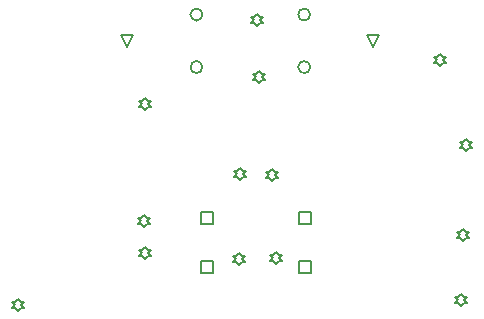
<source format=gbr>
%TF.GenerationSoftware,Altium Limited,Altium Designer,19.0.10 (269)*%
G04 Layer_Color=2752767*
%FSLAX26Y26*%
%MOIN*%
%TF.FileFunction,Drawing*%
%TF.Part,Single*%
G01*
G75*
%TA.AperFunction,NonConductor*%
%ADD45C,0.005000*%
%ADD46C,0.006667*%
D45*
X885000Y338000D02*
Y378000D01*
X925000D01*
Y338000D01*
X885000D01*
Y173000D02*
Y213000D01*
X925000D01*
Y173000D01*
X885000D01*
X638472Y928323D02*
X618472Y968323D01*
X658472D01*
X638472Y928323D01*
X1458551D02*
X1438551Y968323D01*
X1478551D01*
X1458551Y928323D01*
X1210000Y338000D02*
Y378000D01*
X1250000D01*
Y338000D01*
X1210000D01*
Y173000D02*
Y213000D01*
X1250000D01*
Y173000D01*
X1210000D01*
X699000Y717000D02*
X709000Y727000D01*
X719000D01*
X709000Y737000D01*
X719000Y747000D01*
X709000D01*
X699000Y757000D01*
X689000Y747000D01*
X679000D01*
X689000Y737000D01*
X679000Y727000D01*
X689000D01*
X699000Y717000D01*
X1680000Y865000D02*
X1690000Y875000D01*
X1700000D01*
X1690000Y885000D01*
X1700000Y895000D01*
X1690000D01*
X1680000Y905000D01*
X1670000Y895000D01*
X1660000D01*
X1670000Y885000D01*
X1660000Y875000D01*
X1670000D01*
X1680000Y865000D01*
X1070000Y997000D02*
X1080000Y1007000D01*
X1090000D01*
X1080000Y1017000D01*
X1090000Y1027000D01*
X1080000D01*
X1070000Y1037000D01*
X1060000Y1027000D01*
X1050000D01*
X1060000Y1017000D01*
X1050000Y1007000D01*
X1060000D01*
X1070000Y997000D01*
X1079000Y809000D02*
X1089000Y819000D01*
X1099000D01*
X1089000Y829000D01*
X1099000Y839000D01*
X1089000D01*
X1079000Y849000D01*
X1069000Y839000D01*
X1059000D01*
X1069000Y829000D01*
X1059000Y819000D01*
X1069000D01*
X1079000Y809000D01*
X1122000Y482000D02*
X1132000Y492000D01*
X1142000D01*
X1132000Y502000D01*
X1142000Y512000D01*
X1132000D01*
X1122000Y522000D01*
X1112000Y512000D01*
X1102000D01*
X1112000Y502000D01*
X1102000Y492000D01*
X1112000D01*
X1122000Y482000D01*
X1012000Y202000D02*
X1022000Y212000D01*
X1032000D01*
X1022000Y222000D01*
X1032000Y232000D01*
X1022000D01*
X1012000Y242000D01*
X1002000Y232000D01*
X992000D01*
X1002000Y222000D01*
X992000Y212000D01*
X1002000D01*
X1012000Y202000D01*
X1134000Y205000D02*
X1144000Y215000D01*
X1154000D01*
X1144000Y225000D01*
X1154000Y235000D01*
X1144000D01*
X1134000Y245000D01*
X1124000Y235000D01*
X1114000D01*
X1124000Y225000D01*
X1114000Y215000D01*
X1124000D01*
X1134000Y205000D01*
X1014000Y485000D02*
X1024000Y495000D01*
X1034000D01*
X1024000Y505000D01*
X1034000Y515000D01*
X1024000D01*
X1014000Y525000D01*
X1004000Y515000D01*
X994000D01*
X1004000Y505000D01*
X994000Y495000D01*
X1004000D01*
X1014000Y485000D01*
X1767000Y582000D02*
X1777000Y592000D01*
X1787000D01*
X1777000Y602000D01*
X1787000Y612000D01*
X1777000D01*
X1767000Y622000D01*
X1757000Y612000D01*
X1747000D01*
X1757000Y602000D01*
X1747000Y592000D01*
X1757000D01*
X1767000Y582000D01*
X695000Y327000D02*
X705000Y337000D01*
X715000D01*
X705000Y347000D01*
X715000Y357000D01*
X705000D01*
X695000Y367000D01*
X685000Y357000D01*
X675000D01*
X685000Y347000D01*
X675000Y337000D01*
X685000D01*
X695000Y327000D01*
X275000Y49000D02*
X285000Y59000D01*
X295000D01*
X285000Y69000D01*
X295000Y79000D01*
X285000D01*
X275000Y89000D01*
X265000Y79000D01*
X255000D01*
X265000Y69000D01*
X255000Y59000D01*
X265000D01*
X275000Y49000D01*
X697000Y220000D02*
X707000Y230000D01*
X717000D01*
X707000Y240000D01*
X717000Y250000D01*
X707000D01*
X697000Y260000D01*
X687000Y250000D01*
X677000D01*
X687000Y240000D01*
X677000Y230000D01*
X687000D01*
X697000Y220000D01*
X1756000Y280000D02*
X1766000Y290000D01*
X1776000D01*
X1766000Y300000D01*
X1776000Y310000D01*
X1766000D01*
X1756000Y320000D01*
X1746000Y310000D01*
X1736000D01*
X1746000Y300000D01*
X1736000Y290000D01*
X1746000D01*
X1756000Y280000D01*
X1751000Y65000D02*
X1761000Y75000D01*
X1771000D01*
X1761000Y85000D01*
X1771000Y95000D01*
X1761000D01*
X1751000Y105000D01*
X1741000Y95000D01*
X1731000D01*
X1741000Y85000D01*
X1731000Y75000D01*
X1741000D01*
X1751000Y65000D01*
D46*
X888945Y1036000D02*
G03*
X888945Y1036000I-20000J0D01*
G01*
X1248000D02*
G03*
X1248000Y1036000I-20000J0D01*
G01*
X888945Y860803D02*
G03*
X888945Y860803I-20000J0D01*
G01*
X1248000D02*
G03*
X1248000Y860803I-20000J0D01*
G01*
%TF.MD5,0e4aa597009004d30a72936f63dbb1d4*%
M02*

</source>
